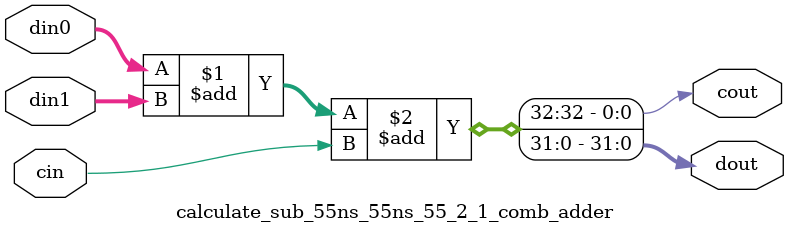
<source format=v>
`timescale 1 ns / 1 ps

module calculate_sub_55ns_55ns_55_2_1(clk, reset, ce, din0, din1, dout);
parameter ID         = 1;              // core ID, unused in RTL
parameter NUM_STAGE  = 2;
parameter din0_WIDTH = 55;   // data bitwidth
parameter din1_WIDTH = 55;   // 
parameter dout_WIDTH = 55;   // output bitwidth

// ---- input/output ports list here ----
input   clk;
input   reset;
input   ce;
input  [din0_WIDTH - 1 : 0] din0;
input  [din1_WIDTH - 1 : 0] din1;

output [dout_WIDTH - 1 : 0] dout;
//   

// wire for the primary inputs
wire [55 - 1 : 0] ain_s0 = din0;
wire [55 - 1 : 0] bin_s0 = ~din1;

// This AddSub module have totally 2 stages. For each stage the adder's width are:
// [27,28]
//  
//   

// Stage 1 logic
wire [27 - 1 : 0]    fas_s1;
wire                 facout_s1;
// 
reg  [28 - 1 : 0]    ain_s1;
reg  [28 - 1 : 0]    bin_s1;
reg  [27 - 1 : 0]    sum_s1;
reg                  carry_s1;
// 
//  
//  
// 
calculate_sub_55ns_55ns_55_2_1_comb_adder #(
    .N    ( 27 )
) u1 (
    .din0    ( ain_s0[27 - 1 : 0] ),
    .din1    ( bin_s0[27 - 1 : 0] ),
    .cin  ( 1'b1 ),
    .dout    ( fas_s1 ),
    .cout ( facout_s1 )
);

// 
always @ (posedge clk) begin
    if (ce) begin
        sum_s1   <= fas_s1;
        carry_s1 <= facout_s1;
    end
end

always @ (posedge clk) begin
    if (ce) begin
        ain_s1 <= ain_s0[55 - 1 : 27];
    end
end

always @ (posedge clk) begin
    if (ce) begin
        bin_s1 <= bin_s0[55 - 1 : 27];
    end
end
//  
//   

// Stage 2 logic
wire [28 - 1 : 0]    fas_s2;
wire                 facout_s2;
// 
// 
calculate_sub_55ns_55ns_55_2_1_comb_adder #(
    .N    ( 28 )
) u2 (
    .din0    ( ain_s1[28 - 1 : 0] ),
    .din1    ( bin_s1[28 - 1 : 0] ),
    .cin  ( carry_s1 ),
    .dout    ( fas_s2 ),
    .cout ( facout_s2 )
);

// 
assign dout = {fas_s2, sum_s1 };
//  
// 
endmodule

// small adder
module calculate_sub_55ns_55ns_55_2_1_comb_adder 
#(parameter
    N = 32
)(
    input  [N-1 : 0]    din0,
    input  [N-1 : 0]    din1,
    input  wire         cin,
    output [N-1 : 0]    dout,
    output wire         cout
);
assign {cout, dout} = din0 + din1 + cin;
endmodule
// 

</source>
